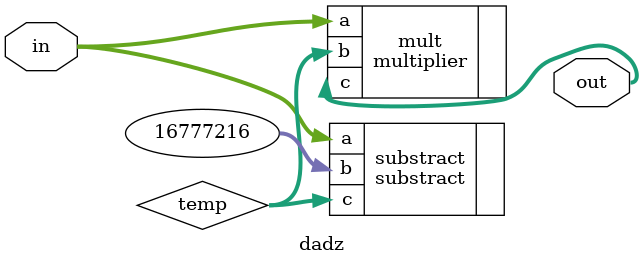
<source format=v>
module dadz (in, out);
parameter DWIDTH=32;							
parameter AWIDTH=10;								
parameter IWIDTH=64;
parameter HiddenNeuron=16;
parameter x=4;
parameter Layer=3;

input signed [DWIDTH-1:0] in;
output signed [DWIDTH-1:0] out;
wire signed [DWIDTH-1:0] temp;

substract substract(.a(in),.b(32'b00000001000000000000000000000000),.c(temp));
multiplier mult(.a(in),.b(temp),.c(out));

endmodule
</source>
